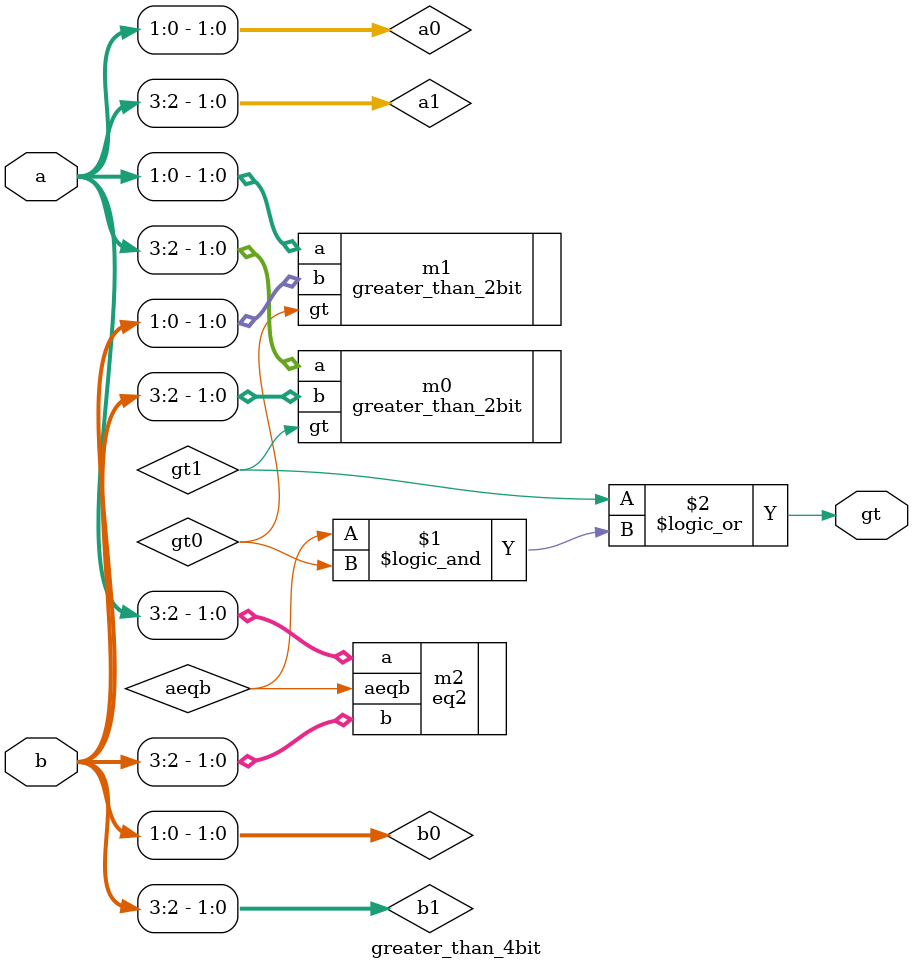
<source format=v>
`timescale 1ns / 1ps

module greater_than_4bit(
	input wire[3:0] a,b,
	output wire gt
    );
	 
	 wire[1:0] a1,a0,b1,b0 ; //a1=2 MSB of "a" input , a0=2 LSB of "a" input , b1=2 MSB of "b" input , b0=2 LSB of "b" input
	 wire gt1,gt0; //gt1=true if a1>b1 , g0=true if a0>b0
	 wire aeqb;
	 assign a1=a[3:2],
				a0=a[1:0],
				b1=b[3:2],
				b0=b[1:0];
				
	 //overall logic for 4-bit greater than circuit
	 assign gt=gt1 || (aeqb&&gt0);
	 
	 greater_than_2bit m0
	 (
		.a(a1),
		.b(b1),
		.gt(gt1)
    );
	 
	 greater_than_2bit m1
	 (
		.a(a0),
		.b(b0),
		.gt(gt0)
    );
	 
	 eq2 m2
	 (
		.a(a1),
		.b(b1), 
		.aeqb(aeqb) 
    );


endmodule

</source>
